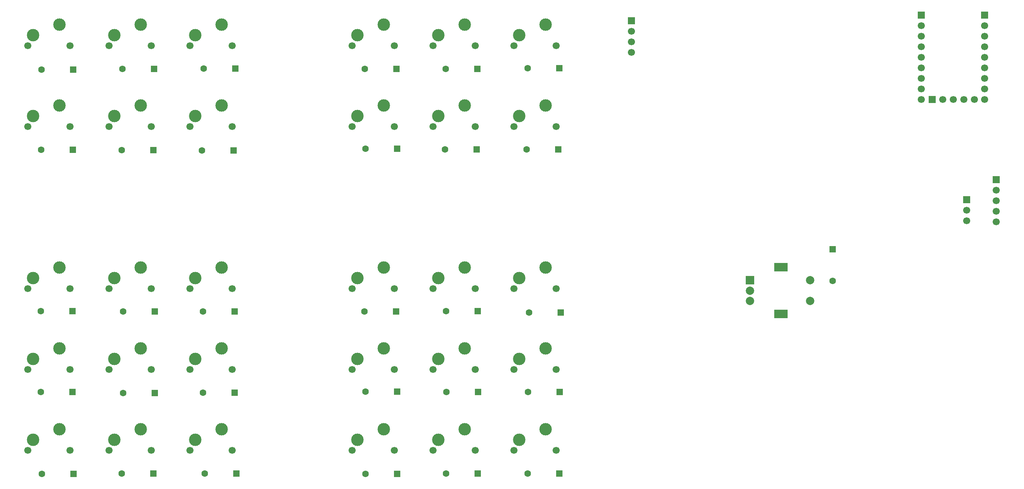
<source format=gbr>
%TF.GenerationSoftware,KiCad,Pcbnew,9.0.7*%
%TF.CreationDate,2026-01-24T03:10:21+09:00*%
%TF.ProjectId,YmmKeyboardMX,596d6d4b-6579-4626-9f61-72644d582e6b,rev?*%
%TF.SameCoordinates,Original*%
%TF.FileFunction,Soldermask,Top*%
%TF.FilePolarity,Negative*%
%FSLAX46Y46*%
G04 Gerber Fmt 4.6, Leading zero omitted, Abs format (unit mm)*
G04 Created by KiCad (PCBNEW 9.0.7) date 2026-01-24 03:10:21*
%MOMM*%
%LPD*%
G01*
G04 APERTURE LIST*
G04 Aperture macros list*
%AMRoundRect*
0 Rectangle with rounded corners*
0 $1 Rounding radius*
0 $2 $3 $4 $5 $6 $7 $8 $9 X,Y pos of 4 corners*
0 Add a 4 corners polygon primitive as box body*
4,1,4,$2,$3,$4,$5,$6,$7,$8,$9,$2,$3,0*
0 Add four circle primitives for the rounded corners*
1,1,$1+$1,$2,$3*
1,1,$1+$1,$4,$5*
1,1,$1+$1,$6,$7*
1,1,$1+$1,$8,$9*
0 Add four rect primitives between the rounded corners*
20,1,$1+$1,$2,$3,$4,$5,0*
20,1,$1+$1,$4,$5,$6,$7,0*
20,1,$1+$1,$6,$7,$8,$9,0*
20,1,$1+$1,$8,$9,$2,$3,0*%
G04 Aperture macros list end*
%ADD10C,1.700000*%
%ADD11C,3.000000*%
%ADD12C,2.000000*%
%ADD13R,3.200000X2.000000*%
%ADD14R,2.000000X2.000000*%
%ADD15RoundRect,0.250000X0.550000X0.550000X-0.550000X0.550000X-0.550000X-0.550000X0.550000X-0.550000X0*%
%ADD16C,1.600000*%
%ADD17R,1.700000X1.700000*%
%ADD18RoundRect,0.250000X-0.550000X0.550000X-0.550000X-0.550000X0.550000X-0.550000X0.550000X0.550000X0*%
G04 APERTURE END LIST*
D10*
%TO.C,211*%
X64080000Y-108510000D03*
D11*
X61540000Y-103430000D03*
X55190000Y-105970000D03*
D10*
X53920000Y-108510000D03*
%TD*%
%TO.C,SW00*%
X44580000Y-50010000D03*
D11*
X42040000Y-44930000D03*
X35690000Y-47470000D03*
D10*
X34420000Y-50010000D03*
%TD*%
%TO.C,SW01*%
X64080000Y-50010000D03*
D11*
X61540000Y-44930000D03*
X55190000Y-47470000D03*
D10*
X53920000Y-50010000D03*
%TD*%
%TO.C,SW02*%
X83580000Y-50010000D03*
D11*
X81040000Y-44930000D03*
X74690000Y-47470000D03*
D10*
X73420000Y-50010000D03*
%TD*%
%TO.C,SW03*%
X122580000Y-50010000D03*
D11*
X120040000Y-44930000D03*
X113690000Y-47470000D03*
D10*
X112420000Y-50010000D03*
%TD*%
%TO.C,SW04*%
X142080000Y-50010000D03*
D11*
X139540000Y-44930000D03*
X133190000Y-47470000D03*
D10*
X131920000Y-50010000D03*
%TD*%
%TO.C,SW05*%
X161580000Y-50010000D03*
D11*
X159040000Y-44930000D03*
X152690000Y-47470000D03*
D10*
X151420000Y-50010000D03*
%TD*%
%TO.C,SW10*%
X44580000Y-69510000D03*
D11*
X42040000Y-64430000D03*
X35690000Y-66970000D03*
D10*
X34420000Y-69510000D03*
%TD*%
%TO.C,SW11*%
X64080000Y-69510000D03*
D11*
X61540000Y-64430000D03*
X55190000Y-66970000D03*
D10*
X53920000Y-69510000D03*
%TD*%
%TO.C,SW12*%
X83580000Y-69510000D03*
D11*
X81040000Y-64430000D03*
X74690000Y-66970000D03*
D10*
X73420000Y-69510000D03*
%TD*%
%TO.C,SW13*%
X122580000Y-69510000D03*
D11*
X120040000Y-64430000D03*
X113690000Y-66970000D03*
D10*
X112420000Y-69510000D03*
%TD*%
%TO.C,SW14*%
X142080000Y-69510000D03*
D11*
X139540000Y-64430000D03*
X133190000Y-66970000D03*
D10*
X131920000Y-69510000D03*
%TD*%
%TO.C,SW15*%
X161580000Y-69510000D03*
D11*
X159040000Y-64430000D03*
X152690000Y-66970000D03*
D10*
X151420000Y-69510000D03*
%TD*%
%TO.C,SW20*%
X44580000Y-108510000D03*
D11*
X42040000Y-103430000D03*
X35690000Y-105970000D03*
D10*
X34420000Y-108510000D03*
%TD*%
%TO.C,SW22*%
X83580000Y-108510000D03*
D11*
X81040000Y-103430000D03*
X74690000Y-105970000D03*
D10*
X73420000Y-108510000D03*
%TD*%
%TO.C,SW23*%
X122580000Y-108510000D03*
D11*
X120040000Y-103430000D03*
X113690000Y-105970000D03*
D10*
X112420000Y-108510000D03*
%TD*%
%TO.C,SW24*%
X142080000Y-108510000D03*
D11*
X139540000Y-103430000D03*
X133190000Y-105970000D03*
D10*
X131920000Y-108510000D03*
%TD*%
%TO.C,SW25*%
X161580000Y-108510000D03*
D11*
X159040000Y-103430000D03*
X152690000Y-105970000D03*
D10*
X151420000Y-108510000D03*
%TD*%
%TO.C,SW30*%
X44580000Y-128010000D03*
D11*
X42040000Y-122930000D03*
X35690000Y-125470000D03*
D10*
X34420000Y-128010000D03*
%TD*%
%TO.C,SW31*%
X64080000Y-128010000D03*
D11*
X61540000Y-122930000D03*
X55190000Y-125470000D03*
D10*
X53920000Y-128010000D03*
%TD*%
%TO.C,SW32*%
X83580000Y-128010000D03*
D11*
X81040000Y-122930000D03*
X74690000Y-125470000D03*
D10*
X73420000Y-128010000D03*
%TD*%
%TO.C,SW33*%
X122580000Y-128010000D03*
D11*
X120040000Y-122930000D03*
X113690000Y-125470000D03*
D10*
X112420000Y-128010000D03*
%TD*%
%TO.C,SW34*%
X142080000Y-128010000D03*
D11*
X139540000Y-122930000D03*
X133190000Y-125470000D03*
D10*
X131920000Y-128010000D03*
%TD*%
%TO.C,SW35*%
X161580000Y-128010000D03*
D11*
X159040000Y-122930000D03*
X152690000Y-125470000D03*
D10*
X151420000Y-128010000D03*
%TD*%
%TO.C,SW40*%
X44580000Y-147510000D03*
D11*
X42040000Y-142430000D03*
X35690000Y-144970000D03*
D10*
X34420000Y-147510000D03*
%TD*%
%TO.C,SW41*%
X64080000Y-147510000D03*
D11*
X61540000Y-142430000D03*
X55190000Y-144970000D03*
D10*
X53920000Y-147510000D03*
%TD*%
%TO.C,SW42*%
X83580000Y-147510000D03*
D11*
X81040000Y-142430000D03*
X74690000Y-144970000D03*
D10*
X73420000Y-147510000D03*
%TD*%
%TO.C,SW43*%
X122580000Y-147510000D03*
D11*
X120040000Y-142430000D03*
X113690000Y-144970000D03*
D10*
X112420000Y-147510000D03*
%TD*%
%TO.C,SW44*%
X142080000Y-147510000D03*
D11*
X139540000Y-142430000D03*
X133190000Y-144970000D03*
D10*
X131920000Y-147510000D03*
%TD*%
%TO.C,SW45*%
X161580000Y-147510000D03*
D11*
X159040000Y-142430000D03*
X152690000Y-144970000D03*
D10*
X151420000Y-147510000D03*
%TD*%
D12*
%TO.C,SW56*%
X222700000Y-106504000D03*
X222700000Y-111504000D03*
D13*
X215700000Y-114604000D03*
X215700000Y-103404000D03*
D12*
X208200000Y-109004000D03*
X208200000Y-111504000D03*
D14*
X208200000Y-106504000D03*
%TD*%
D15*
%TO.C,D3*%
X64760000Y-55600000D03*
D16*
X57140000Y-55600000D03*
%TD*%
%TO.C,D13*%
X154440000Y-75020000D03*
D15*
X162060000Y-75020000D03*
%TD*%
D16*
%TO.C,D27*%
X57030000Y-153080000D03*
D15*
X64650000Y-153080000D03*
%TD*%
D16*
%TO.C,D8*%
X37640000Y-75100000D03*
D15*
X45260000Y-75100000D03*
%TD*%
D16*
%TO.C,D17*%
X115430000Y-114070000D03*
D15*
X123050000Y-114070000D03*
%TD*%
D16*
%TO.C,D2*%
X37710000Y-55820000D03*
D15*
X45330000Y-55820000D03*
%TD*%
D16*
%TO.C,D18*%
X135050000Y-113960000D03*
D15*
X142670000Y-113960000D03*
%TD*%
D16*
%TO.C,D19*%
X155000000Y-114300000D03*
D15*
X162620000Y-114300000D03*
%TD*%
D16*
%TO.C,D24*%
X135160000Y-133460000D03*
D15*
X142780000Y-133460000D03*
%TD*%
D16*
%TO.C,D16*%
X76540000Y-114070000D03*
D15*
X84160000Y-114070000D03*
%TD*%
D16*
%TO.C,D7*%
X154660000Y-55450000D03*
D15*
X162280000Y-55450000D03*
%TD*%
D16*
%TO.C,D31*%
X154660000Y-153080000D03*
D15*
X162280000Y-153080000D03*
%TD*%
D16*
%TO.C,D30*%
X135050000Y-153080000D03*
D15*
X142670000Y-153080000D03*
%TD*%
D16*
%TO.C,D21*%
X57370000Y-133690000D03*
D15*
X64990000Y-133690000D03*
%TD*%
D16*
%TO.C,D25*%
X154780000Y-133460000D03*
D15*
X162400000Y-133460000D03*
%TD*%
D16*
%TO.C,D29*%
X115660000Y-153190000D03*
D15*
X123280000Y-153190000D03*
%TD*%
D16*
%TO.C,D26*%
X37750000Y-153190000D03*
D15*
X45370000Y-153190000D03*
%TD*%
D16*
%TO.C,D20*%
X37530000Y-133460000D03*
D15*
X45150000Y-133460000D03*
%TD*%
D16*
%TO.C,D5*%
X115500000Y-55600000D03*
D15*
X123120000Y-55600000D03*
%TD*%
D16*
%TO.C,D14*%
X37530000Y-113960000D03*
D15*
X45150000Y-113960000D03*
%TD*%
D16*
%TO.C,D12*%
X134780000Y-75020000D03*
D15*
X142400000Y-75020000D03*
%TD*%
D16*
%TO.C,D11*%
X115650000Y-74800000D03*
D15*
X123270000Y-74800000D03*
%TD*%
D16*
%TO.C,D15*%
X57370000Y-114070000D03*
D15*
X64990000Y-114070000D03*
%TD*%
D16*
%TO.C,D9*%
X56990000Y-75170000D03*
D15*
X64610000Y-75170000D03*
%TD*%
D16*
%TO.C,D6*%
X135010000Y-55600000D03*
D15*
X142630000Y-55600000D03*
%TD*%
D16*
%TO.C,D28*%
X76990000Y-153080000D03*
D15*
X84610000Y-153080000D03*
%TD*%
D16*
%TO.C,D23*%
X115660000Y-133350000D03*
D15*
X123280000Y-133350000D03*
%TD*%
D16*
%TO.C,D22*%
X76540000Y-133580000D03*
D15*
X84160000Y-133580000D03*
%TD*%
D16*
%TO.C,D10*%
X76270000Y-75250000D03*
D15*
X83890000Y-75250000D03*
%TD*%
D10*
%TO.C,J5*%
X260335000Y-92165000D03*
X260335000Y-89625000D03*
D17*
X260335000Y-87085000D03*
%TD*%
%TO.C,J4*%
X179700000Y-43980000D03*
D10*
X179700000Y-46520000D03*
X179700000Y-49060000D03*
X179700000Y-51600000D03*
%TD*%
D17*
%TO.C,J6*%
X267500000Y-82260000D03*
D10*
X267500000Y-84800000D03*
X267500000Y-87340000D03*
X267500000Y-89880000D03*
X267500000Y-92420000D03*
%TD*%
D15*
%TO.C,D4*%
X84340000Y-55520000D03*
D16*
X76720000Y-55520000D03*
%TD*%
%TO.C,D32*%
X228120000Y-106650000D03*
D18*
X228120000Y-99030000D03*
%TD*%
D17*
%TO.C,U1*%
X249450000Y-42650000D03*
D10*
X249450000Y-45190000D03*
X249450000Y-47730000D03*
X249450000Y-50270000D03*
X249450000Y-52810000D03*
X249450000Y-55350000D03*
X249450000Y-57890000D03*
X249450000Y-60430000D03*
X249450000Y-62970000D03*
D17*
X252040000Y-62970000D03*
D10*
X254580000Y-62970000D03*
X257120000Y-62970000D03*
X259660000Y-62970000D03*
X262200000Y-62970000D03*
X264690000Y-62970000D03*
X264690000Y-60430000D03*
X264690000Y-57890000D03*
X264690000Y-55350000D03*
X264690000Y-52810000D03*
X264690000Y-50270000D03*
X264690000Y-47730000D03*
X264690000Y-45190000D03*
D17*
X264690000Y-42650000D03*
%TD*%
M02*

</source>
